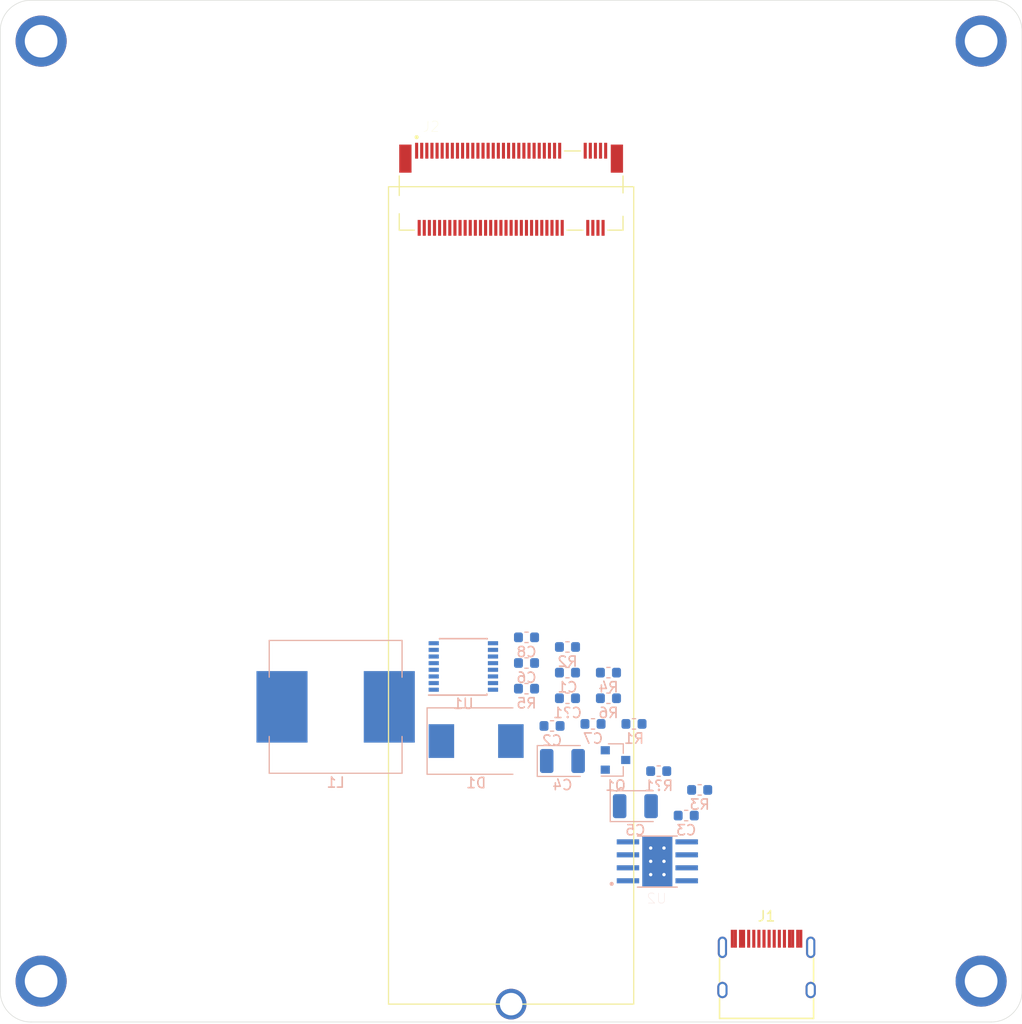
<source format=kicad_pcb>
(kicad_pcb (version 20171130) (host pcbnew 5.1.7-a382d34a8~88~ubuntu20.04.1)

  (general
    (thickness 1.6)
    (drawings 12)
    (tracks 5)
    (zones 0)
    (modules 23)
    (nets 75)
  )

  (page USLedger)
  (layers
    (0 F.Cu signal)
    (31 B.Cu signal)
    (32 B.Adhes user)
    (33 F.Adhes user)
    (34 B.Paste user)
    (35 F.Paste user)
    (36 B.SilkS user)
    (37 F.SilkS user)
    (38 B.Mask user)
    (39 F.Mask user)
    (40 Dwgs.User user)
    (41 Cmts.User user)
    (42 Eco1.User user)
    (43 Eco2.User user)
    (44 Edge.Cuts user)
    (45 Margin user)
    (46 B.CrtYd user)
    (47 F.CrtYd user)
    (48 B.Fab user hide)
    (49 F.Fab user hide)
  )

  (setup
    (last_trace_width 0.25)
    (trace_clearance 0.2)
    (zone_clearance 0.508)
    (zone_45_only no)
    (trace_min 0.2)
    (via_size 0.8)
    (via_drill 0.4)
    (via_min_size 0.4)
    (via_min_drill 0.3)
    (uvia_size 0.3)
    (uvia_drill 0.1)
    (uvias_allowed no)
    (uvia_min_size 0.2)
    (uvia_min_drill 0.1)
    (edge_width 0.05)
    (segment_width 0.2)
    (pcb_text_width 0.3)
    (pcb_text_size 1.5 1.5)
    (mod_edge_width 0.12)
    (mod_text_size 1 1)
    (mod_text_width 0.15)
    (pad_size 1.524 1.524)
    (pad_drill 0.762)
    (pad_to_mask_clearance 0)
    (aux_axis_origin 100 100)
    (visible_elements FFFFFF7F)
    (pcbplotparams
      (layerselection 0x010fc_ffffffff)
      (usegerberextensions false)
      (usegerberattributes true)
      (usegerberadvancedattributes true)
      (creategerberjobfile true)
      (excludeedgelayer true)
      (linewidth 0.100000)
      (plotframeref false)
      (viasonmask false)
      (mode 1)
      (useauxorigin false)
      (hpglpennumber 1)
      (hpglpenspeed 20)
      (hpglpendiameter 15.000000)
      (psnegative false)
      (psa4output false)
      (plotreference true)
      (plotvalue true)
      (plotinvisibletext false)
      (padsonsilk false)
      (subtractmaskfromsilk false)
      (outputformat 1)
      (mirror false)
      (drillshape 1)
      (scaleselection 1)
      (outputdirectory ""))
  )

  (net 0 "")
  (net 1 GND)
  (net 2 /VBUS)
  (net 3 /BOOT)
  (net 4 /PH)
  (net 5 +3V3)
  (net 6 "Net-(C6-Pad2)")
  (net 7 "Net-(C7-Pad2)")
  (net 8 "Net-(C8-Pad2)")
  (net 9 /VIN)
  (net 10 /USB2_P)
  (net 11 /CC1)
  (net 12 "Net-(J1-PadB8)")
  (net 13 /USB2_N)
  (net 14 /CC2)
  (net 15 "Net-(J1-PadA8)")
  (net 16 "Net-(J1-PadS1)")
  (net 17 "Net-(J2-PadS1)")
  (net 18 "Net-(J2-Pad69)")
  (net 19 "Net-(J2-Pad68)")
  (net 20 "Net-(J2-Pad67)")
  (net 21 "Net-(J2-Pad58)")
  (net 22 "Net-(J2-Pad56)")
  (net 23 "Net-(J2-Pad55)")
  (net 24 "Net-(J2-Pad54)")
  (net 25 "Net-(J2-Pad53)")
  (net 26 /L5P_35_2.5V)
  (net 27 /L7N_35_2.5V)
  (net 28 "Net-(J2-Pad49)")
  (net 29 "Net-(J2-Pad48)")
  (net 30 "Net-(J2-Pad47)")
  (net 31 "Net-(J2-Pad46)")
  (net 32 /L5P_13_1.8V)
  (net 33 "Net-(J2-Pad43)")
  (net 34 /L11N_13_1.8V)
  (net 35 "Net-(J2-Pad41)")
  (net 36 /L11P_13_1.8V)
  (net 37 "Net-(J2-Pad38)")
  (net 38 "Net-(J2-Pad37)")
  (net 39 "Net-(J2-Pad36)")
  (net 40 "Net-(J2-Pad35)")
  (net 41 "Net-(J2-Pad34)")
  (net 42 "Net-(J2-Pad32)")
  (net 43 "Net-(J2-Pad31)")
  (net 44 "Net-(J2-Pad30)")
  (net 45 "Net-(J2-Pad29)")
  (net 46 "Net-(J2-Pad28)")
  (net 47 "Net-(J2-Pad26)")
  (net 48 "Net-(J2-Pad25)")
  (net 49 "Net-(J2-Pad24)")
  (net 50 "Net-(J2-Pad23)")
  (net 51 "Net-(J2-Pad22)")
  (net 52 "Net-(J2-Pad20)")
  (net 53 "Net-(J2-Pad19)")
  (net 54 "Net-(J2-Pad17)")
  (net 55 "Net-(J2-Pad13)")
  (net 56 "Net-(J2-Pad11)")
  (net 57 /L15P_35_2.5V)
  (net 58 "Net-(J2-Pad8)")
  (net 59 "Net-(J2-Pad7)")
  (net 60 "Net-(J2-Pad6)")
  (net 61 "Net-(J2-Pad5)")
  (net 62 "Net-(R1-Pad2)")
  (net 63 /VSENSE)
  (net 64 "Net-(U1-Pad15)")
  (net 65 "Net-(U1-Pad14)")
  (net 66 "Net-(U1-Pad10)")
  (net 67 "Net-(U1-Pad9)")
  (net 68 "Net-(U1-Pad8)")
  (net 69 "Net-(U1-Pad7)")
  (net 70 "Net-(U1-Pad6)")
  (net 71 "Net-(U1-Pad4)")
  (net 72 "Net-(U1-Pad3)")
  (net 73 "Net-(Q1-PadG)")
  (net 74 "Net-(U2-Pad3)")

  (net_class Default "This is the default net class."
    (clearance 0.2)
    (trace_width 0.25)
    (via_dia 0.8)
    (via_drill 0.4)
    (uvia_dia 0.3)
    (uvia_drill 0.1)
    (add_net +3V3)
    (add_net /BOOT)
    (add_net /CC1)
    (add_net /CC2)
    (add_net /L11N_13_1.8V)
    (add_net /L11P_13_1.8V)
    (add_net /L15P_35_2.5V)
    (add_net /L5P_13_1.8V)
    (add_net /L5P_35_2.5V)
    (add_net /L7N_35_2.5V)
    (add_net /PH)
    (add_net /USB2_N)
    (add_net /USB2_P)
    (add_net /VBUS)
    (add_net /VIN)
    (add_net /VSENSE)
    (add_net GND)
    (add_net "Net-(C6-Pad2)")
    (add_net "Net-(C7-Pad2)")
    (add_net "Net-(C8-Pad2)")
    (add_net "Net-(J1-PadA8)")
    (add_net "Net-(J1-PadB8)")
    (add_net "Net-(J1-PadS1)")
    (add_net "Net-(J2-Pad11)")
    (add_net "Net-(J2-Pad13)")
    (add_net "Net-(J2-Pad17)")
    (add_net "Net-(J2-Pad19)")
    (add_net "Net-(J2-Pad20)")
    (add_net "Net-(J2-Pad22)")
    (add_net "Net-(J2-Pad23)")
    (add_net "Net-(J2-Pad24)")
    (add_net "Net-(J2-Pad25)")
    (add_net "Net-(J2-Pad26)")
    (add_net "Net-(J2-Pad28)")
    (add_net "Net-(J2-Pad29)")
    (add_net "Net-(J2-Pad30)")
    (add_net "Net-(J2-Pad31)")
    (add_net "Net-(J2-Pad32)")
    (add_net "Net-(J2-Pad34)")
    (add_net "Net-(J2-Pad35)")
    (add_net "Net-(J2-Pad36)")
    (add_net "Net-(J2-Pad37)")
    (add_net "Net-(J2-Pad38)")
    (add_net "Net-(J2-Pad41)")
    (add_net "Net-(J2-Pad43)")
    (add_net "Net-(J2-Pad46)")
    (add_net "Net-(J2-Pad47)")
    (add_net "Net-(J2-Pad48)")
    (add_net "Net-(J2-Pad49)")
    (add_net "Net-(J2-Pad5)")
    (add_net "Net-(J2-Pad53)")
    (add_net "Net-(J2-Pad54)")
    (add_net "Net-(J2-Pad55)")
    (add_net "Net-(J2-Pad56)")
    (add_net "Net-(J2-Pad58)")
    (add_net "Net-(J2-Pad6)")
    (add_net "Net-(J2-Pad67)")
    (add_net "Net-(J2-Pad68)")
    (add_net "Net-(J2-Pad69)")
    (add_net "Net-(J2-Pad7)")
    (add_net "Net-(J2-Pad8)")
    (add_net "Net-(J2-PadS1)")
    (add_net "Net-(Q1-PadG)")
    (add_net "Net-(R1-Pad2)")
    (add_net "Net-(U1-Pad10)")
    (add_net "Net-(U1-Pad14)")
    (add_net "Net-(U1-Pad15)")
    (add_net "Net-(U1-Pad3)")
    (add_net "Net-(U1-Pad4)")
    (add_net "Net-(U1-Pad6)")
    (add_net "Net-(U1-Pad7)")
    (add_net "Net-(U1-Pad8)")
    (add_net "Net-(U1-Pad9)")
    (add_net "Net-(U2-Pad3)")
  )

  (module tom-semiconductors:SOT-23-FET-GSD (layer B.Cu) (tedit 5FDF751D) (tstamp 5FDF71C6)
    (at 160.215001 174.354999)
    (descr "SOT-23, Standard")
    (tags SOT-23)
    (path /5FDF73C3)
    (attr smd)
    (fp_text reference Q1 (at 0 2.5) (layer B.SilkS)
      (effects (font (size 1 1) (thickness 0.15)) (justify mirror))
    )
    (fp_text value AO3400A (at 0 -2.5) (layer B.Fab)
      (effects (font (size 1 1) (thickness 0.15)) (justify mirror))
    )
    (fp_text user %R (at 0 0 -90) (layer B.Fab)
      (effects (font (size 0.5 0.5) (thickness 0.075)) (justify mirror))
    )
    (fp_line (start -0.7 0.95) (end -0.7 -1.5) (layer B.Fab) (width 0.1))
    (fp_line (start -0.15 1.52) (end 0.7 1.52) (layer B.Fab) (width 0.1))
    (fp_line (start -0.7 0.95) (end -0.15 1.52) (layer B.Fab) (width 0.1))
    (fp_line (start 0.7 1.52) (end 0.7 -1.52) (layer B.Fab) (width 0.1))
    (fp_line (start -0.7 -1.52) (end 0.7 -1.52) (layer B.Fab) (width 0.1))
    (fp_line (start 0.76 -1.58) (end 0.76 -0.65) (layer B.SilkS) (width 0.12))
    (fp_line (start 0.76 1.58) (end 0.76 0.65) (layer B.SilkS) (width 0.12))
    (fp_line (start -1.7 1.75) (end 1.7 1.75) (layer B.CrtYd) (width 0.05))
    (fp_line (start 1.7 1.75) (end 1.7 -1.75) (layer B.CrtYd) (width 0.05))
    (fp_line (start 1.7 -1.75) (end -1.7 -1.75) (layer B.CrtYd) (width 0.05))
    (fp_line (start -1.7 -1.75) (end -1.7 1.75) (layer B.CrtYd) (width 0.05))
    (fp_line (start 0.76 1.58) (end -1.4 1.58) (layer B.SilkS) (width 0.12))
    (fp_line (start 0.76 -1.58) (end -0.7 -1.58) (layer B.SilkS) (width 0.12))
    (pad D smd rect (at 1 0) (size 0.9 0.8) (layers B.Cu B.Paste B.Mask)
      (net 9 /VIN))
    (pad S smd rect (at -1 -0.95) (size 0.9 0.8) (layers B.Cu B.Paste B.Mask)
      (net 2 /VBUS))
    (pad G smd rect (at -1 0.95) (size 0.9 0.8) (layers B.Cu B.Paste B.Mask)
      (net 73 "Net-(Q1-PadG)"))
    (model ${KISYS3DMOD}/Package_TO_SOT_SMD.3dshapes/SOT-23.wrl
      (at (xyz 0 0 0))
      (scale (xyz 1 1 1))
      (rotate (xyz 0 0 0))
    )
  )

  (module tom-connectors:TE_1-2199230-5 (layer F.Cu) (tedit 5FDF687F) (tstamp 5FDF7EA4)
    (at 150 120)
    (path /5FF18BA5)
    (fp_text reference J2 (at -7.825 -7.635) (layer F.SilkS)
      (effects (font (size 1 1) (thickness 0.015)))
    )
    (fp_text value 1-2199230-5 (at -2.11 4.635) (layer F.Fab)
      (effects (font (size 1 1) (thickness 0.015)))
    )
    (fp_line (start -10.95 2.5) (end -10.95 -5.25) (layer F.Fab) (width 0.127))
    (fp_line (start -10.95 -5.25) (end 10.95 -5.25) (layer F.Fab) (width 0.127))
    (fp_line (start 10.95 -5.25) (end 10.95 2.5) (layer F.Fab) (width 0.127))
    (fp_line (start 10.95 2.5) (end -10.95 2.5) (layer F.Fab) (width 0.127))
    (fp_line (start -10.95 -2.805) (end -10.95 -0.895) (layer F.SilkS) (width 0.127))
    (fp_line (start -10.95 0.895) (end -10.95 2.5) (layer F.SilkS) (width 0.127))
    (fp_line (start -10.95 2.5) (end -9.47 2.5) (layer F.SilkS) (width 0.127))
    (fp_line (start 5.47 2.5) (end 7.03 2.5) (layer F.SilkS) (width 0.127))
    (fp_line (start 9.47 2.5) (end 10.95 2.5) (layer F.SilkS) (width 0.127))
    (fp_line (start 10.95 2.5) (end 10.95 1.145) (layer F.SilkS) (width 0.127))
    (fp_line (start 10.95 -1.145) (end 10.95 -2.8) (layer F.SilkS) (width 0.127))
    (fp_line (start 5.22 -5.25) (end 6.78 -5.25) (layer F.SilkS) (width 0.127))
    (fp_line (start -11.2 3.3) (end 11.2 3.3) (layer F.CrtYd) (width 0.05))
    (fp_line (start 11.2 3.3) (end 11.2 -6.3) (layer F.CrtYd) (width 0.05))
    (fp_line (start 11.2 -6.3) (end -11.2 -6.3) (layer F.CrtYd) (width 0.05))
    (fp_line (start -11.2 -6.3) (end -11.2 3.3) (layer F.CrtYd) (width 0.05))
    (fp_circle (center -9.25 -6.6) (end -9.15 -6.6) (layer F.SilkS) (width 0.2))
    (fp_circle (center -9.25 -6.6) (end -9.15 -6.6) (layer F.Fab) (width 0.2))
    (pad S2 smd rect (at 10.35 -4.5) (size 1.2 2.75) (layers F.Cu F.Paste F.Mask)
      (net 17 "Net-(J2-PadS1)"))
    (pad S1 smd rect (at -10.35 -4.5) (size 1.2 2.75) (layers F.Cu F.Paste F.Mask)
      (net 17 "Net-(J2-PadS1)"))
    (pad 75 smd rect (at 9.25 -5.275) (size 0.3 1.55) (layers F.Cu F.Paste F.Mask)
      (net 1 GND))
    (pad 74 smd rect (at 9 2.275) (size 0.3 1.55) (layers F.Cu F.Paste F.Mask)
      (net 5 +3V3))
    (pad 73 smd rect (at 8.75 -5.275) (size 0.3 1.55) (layers F.Cu F.Paste F.Mask)
      (net 1 GND))
    (pad 72 smd rect (at 8.5 2.275) (size 0.3 1.55) (layers F.Cu F.Paste F.Mask)
      (net 5 +3V3))
    (pad 71 smd rect (at 8.25 -5.275) (size 0.3 1.55) (layers F.Cu F.Paste F.Mask)
      (net 1 GND))
    (pad 70 smd rect (at 8 2.275) (size 0.3 1.55) (layers F.Cu F.Paste F.Mask)
      (net 5 +3V3))
    (pad 69 smd rect (at 7.75 -5.275) (size 0.3 1.55) (layers F.Cu F.Paste F.Mask)
      (net 18 "Net-(J2-Pad69)"))
    (pad 68 smd rect (at 7.5 2.275) (size 0.3 1.55) (layers F.Cu F.Paste F.Mask)
      (net 19 "Net-(J2-Pad68)"))
    (pad 67 smd rect (at 7.25 -5.275) (size 0.3 1.55) (layers F.Cu F.Paste F.Mask)
      (net 20 "Net-(J2-Pad67)"))
    (pad 58 smd rect (at 5 2.275) (size 0.3 1.55) (layers F.Cu F.Paste F.Mask)
      (net 21 "Net-(J2-Pad58)"))
    (pad 57 smd rect (at 4.75 -5.275) (size 0.3 1.55) (layers F.Cu F.Paste F.Mask)
      (net 1 GND))
    (pad 56 smd rect (at 4.5 2.275) (size 0.3 1.55) (layers F.Cu F.Paste F.Mask)
      (net 22 "Net-(J2-Pad56)"))
    (pad 55 smd rect (at 4.25 -5.275) (size 0.3 1.55) (layers F.Cu F.Paste F.Mask)
      (net 23 "Net-(J2-Pad55)"))
    (pad 54 smd rect (at 4 2.275) (size 0.3 1.55) (layers F.Cu F.Paste F.Mask)
      (net 24 "Net-(J2-Pad54)"))
    (pad 53 smd rect (at 3.75 -5.275) (size 0.3 1.55) (layers F.Cu F.Paste F.Mask)
      (net 25 "Net-(J2-Pad53)"))
    (pad 52 smd rect (at 3.5 2.275) (size 0.3 1.55) (layers F.Cu F.Paste F.Mask)
      (net 26 /L5P_35_2.5V))
    (pad 51 smd rect (at 3.25 -5.275) (size 0.3 1.55) (layers F.Cu F.Paste F.Mask)
      (net 1 GND))
    (pad 50 smd rect (at 3 2.275) (size 0.3 1.55) (layers F.Cu F.Paste F.Mask)
      (net 27 /L7N_35_2.5V))
    (pad 49 smd rect (at 2.75 -5.275) (size 0.3 1.55) (layers F.Cu F.Paste F.Mask)
      (net 28 "Net-(J2-Pad49)"))
    (pad 48 smd rect (at 2.5 2.275) (size 0.3 1.55) (layers F.Cu F.Paste F.Mask)
      (net 29 "Net-(J2-Pad48)"))
    (pad 47 smd rect (at 2.25 -5.275) (size 0.3 1.55) (layers F.Cu F.Paste F.Mask)
      (net 30 "Net-(J2-Pad47)"))
    (pad 46 smd rect (at 2 2.275) (size 0.3 1.55) (layers F.Cu F.Paste F.Mask)
      (net 31 "Net-(J2-Pad46)"))
    (pad 45 smd rect (at 1.75 -5.275) (size 0.3 1.55) (layers F.Cu F.Paste F.Mask)
      (net 1 GND))
    (pad 44 smd rect (at 1.5 2.275) (size 0.3 1.55) (layers F.Cu F.Paste F.Mask)
      (net 32 /L5P_13_1.8V))
    (pad 43 smd rect (at 1.25 -5.275) (size 0.3 1.55) (layers F.Cu F.Paste F.Mask)
      (net 33 "Net-(J2-Pad43)"))
    (pad 42 smd rect (at 1 2.275) (size 0.3 1.55) (layers F.Cu F.Paste F.Mask)
      (net 34 /L11N_13_1.8V))
    (pad 41 smd rect (at 0.75 -5.275) (size 0.3 1.55) (layers F.Cu F.Paste F.Mask)
      (net 35 "Net-(J2-Pad41)"))
    (pad 40 smd rect (at 0.5 2.275) (size 0.3 1.55) (layers F.Cu F.Paste F.Mask)
      (net 36 /L11P_13_1.8V))
    (pad 39 smd rect (at 0.25 -5.275) (size 0.3 1.55) (layers F.Cu F.Paste F.Mask)
      (net 1 GND))
    (pad 38 smd rect (at 0 2.275) (size 0.3 1.55) (layers F.Cu F.Paste F.Mask)
      (net 37 "Net-(J2-Pad38)"))
    (pad 37 smd rect (at -0.25 -5.275) (size 0.3 1.55) (layers F.Cu F.Paste F.Mask)
      (net 38 "Net-(J2-Pad37)"))
    (pad 36 smd rect (at -0.5 2.275) (size 0.3 1.55) (layers F.Cu F.Paste F.Mask)
      (net 39 "Net-(J2-Pad36)"))
    (pad 35 smd rect (at -0.75 -5.275) (size 0.3 1.55) (layers F.Cu F.Paste F.Mask)
      (net 40 "Net-(J2-Pad35)"))
    (pad 34 smd rect (at -1 2.275) (size 0.3 1.55) (layers F.Cu F.Paste F.Mask)
      (net 41 "Net-(J2-Pad34)"))
    (pad 33 smd rect (at -1.25 -5.275) (size 0.3 1.55) (layers F.Cu F.Paste F.Mask)
      (net 1 GND))
    (pad 32 smd rect (at -1.5 2.275) (size 0.3 1.55) (layers F.Cu F.Paste F.Mask)
      (net 42 "Net-(J2-Pad32)"))
    (pad 31 smd rect (at -1.75 -5.275) (size 0.3 1.55) (layers F.Cu F.Paste F.Mask)
      (net 43 "Net-(J2-Pad31)"))
    (pad 30 smd rect (at -2 2.275) (size 0.3 1.55) (layers F.Cu F.Paste F.Mask)
      (net 44 "Net-(J2-Pad30)"))
    (pad 29 smd rect (at -2.25 -5.275) (size 0.3 1.55) (layers F.Cu F.Paste F.Mask)
      (net 45 "Net-(J2-Pad29)"))
    (pad 28 smd rect (at -2.5 2.275) (size 0.3 1.55) (layers F.Cu F.Paste F.Mask)
      (net 46 "Net-(J2-Pad28)"))
    (pad 27 smd rect (at -2.75 -5.275) (size 0.3 1.55) (layers F.Cu F.Paste F.Mask)
      (net 1 GND))
    (pad 26 smd rect (at -3 2.275) (size 0.3 1.55) (layers F.Cu F.Paste F.Mask)
      (net 47 "Net-(J2-Pad26)"))
    (pad 25 smd rect (at -3.25 -5.275) (size 0.3 1.55) (layers F.Cu F.Paste F.Mask)
      (net 48 "Net-(J2-Pad25)"))
    (pad 24 smd rect (at -3.5 2.275) (size 0.3 1.55) (layers F.Cu F.Paste F.Mask)
      (net 49 "Net-(J2-Pad24)"))
    (pad 23 smd rect (at -3.75 -5.275) (size 0.3 1.55) (layers F.Cu F.Paste F.Mask)
      (net 50 "Net-(J2-Pad23)"))
    (pad 22 smd rect (at -4 2.275) (size 0.3 1.55) (layers F.Cu F.Paste F.Mask)
      (net 51 "Net-(J2-Pad22)"))
    (pad 21 smd rect (at -4.25 -5.275) (size 0.3 1.55) (layers F.Cu F.Paste F.Mask)
      (net 1 GND))
    (pad 20 smd rect (at -4.5 2.275) (size 0.3 1.55) (layers F.Cu F.Paste F.Mask)
      (net 52 "Net-(J2-Pad20)"))
    (pad 19 smd rect (at -4.75 -5.275) (size 0.3 1.55) (layers F.Cu F.Paste F.Mask)
      (net 53 "Net-(J2-Pad19)"))
    (pad 18 smd rect (at -5 2.275) (size 0.3 1.55) (layers F.Cu F.Paste F.Mask)
      (net 5 +3V3))
    (pad 17 smd rect (at -5.25 -5.275) (size 0.3 1.55) (layers F.Cu F.Paste F.Mask)
      (net 54 "Net-(J2-Pad17)"))
    (pad 16 smd rect (at -5.5 2.275) (size 0.3 1.55) (layers F.Cu F.Paste F.Mask)
      (net 5 +3V3))
    (pad 15 smd rect (at -5.75 -5.275) (size 0.3 1.55) (layers F.Cu F.Paste F.Mask)
      (net 1 GND))
    (pad 14 smd rect (at -6 2.275) (size 0.3 1.55) (layers F.Cu F.Paste F.Mask)
      (net 5 +3V3))
    (pad 13 smd rect (at -6.25 -5.275) (size 0.3 1.55) (layers F.Cu F.Paste F.Mask)
      (net 55 "Net-(J2-Pad13)"))
    (pad 12 smd rect (at -6.5 2.275) (size 0.3 1.55) (layers F.Cu F.Paste F.Mask)
      (net 5 +3V3))
    (pad 11 smd rect (at -6.75 -5.275) (size 0.3 1.55) (layers F.Cu F.Paste F.Mask)
      (net 56 "Net-(J2-Pad11)"))
    (pad 10 smd rect (at -7 2.275) (size 0.3 1.55) (layers F.Cu F.Paste F.Mask)
      (net 57 /L15P_35_2.5V))
    (pad 9 smd rect (at -7.25 -5.275) (size 0.3 1.55) (layers F.Cu F.Paste F.Mask)
      (net 1 GND))
    (pad 8 smd rect (at -7.5 2.275) (size 0.3 1.55) (layers F.Cu F.Paste F.Mask)
      (net 58 "Net-(J2-Pad8)"))
    (pad 7 smd rect (at -7.75 -5.275) (size 0.3 1.55) (layers F.Cu F.Paste F.Mask)
      (net 59 "Net-(J2-Pad7)"))
    (pad 6 smd rect (at -8 2.275) (size 0.3 1.55) (layers F.Cu F.Paste F.Mask)
      (net 60 "Net-(J2-Pad6)"))
    (pad 5 smd rect (at -8.25 -5.275) (size 0.3 1.55) (layers F.Cu F.Paste F.Mask)
      (net 61 "Net-(J2-Pad5)"))
    (pad 4 smd rect (at -8.5 2.275) (size 0.3 1.55) (layers F.Cu F.Paste F.Mask)
      (net 5 +3V3))
    (pad 3 smd rect (at -8.75 -5.275) (size 0.3 1.55) (layers F.Cu F.Paste F.Mask)
      (net 1 GND))
    (pad 2 smd rect (at -9 2.275) (size 0.3 1.55) (layers F.Cu F.Paste F.Mask)
      (net 5 +3V3))
    (pad 1 smd rect (at -9.25 -5.275) (size 0.3 1.55) (layers F.Cu F.Paste F.Mask)
      (net 1 GND))
    (pad None np_thru_hole circle (at 10 0) (size 1.65 1.65) (drill 1.65) (layers *.Cu *.Mask))
    (pad None np_thru_hole circle (at -10 0) (size 1.15 1.15) (drill 1.15) (layers *.Cu *.Mask))
  )

  (module tom-semiconductors:CONV_TPS54531DDAR (layer B.Cu) (tedit 5FDE8F01) (tstamp 5FDF7291)
    (at 164.310001 184.274999)
    (path /5FE6A7B5)
    (fp_text reference U2 (at -0.075 3.635) (layer B.SilkS)
      (effects (font (size 1 1) (thickness 0.015)) (justify mirror))
    )
    (fp_text value TPS54531DDAR (at 7.545 -3.635) (layer B.Fab)
      (effects (font (size 1 1) (thickness 0.015)) (justify mirror))
    )
    (fp_poly (pts (xy -1.2 1.55) (xy 1.2 1.55) (xy 1.2 -1.55) (xy -1.2 -1.55)) (layer B.Paste) (width 0.01))
    (fp_circle (center -4.47 2.205) (end -4.37 2.205) (layer B.SilkS) (width 0.2))
    (fp_circle (center -4.47 2.205) (end -4.37 2.205) (layer B.Fab) (width 0.2))
    (fp_line (start -1.95 -2.45) (end 1.95 -2.45) (layer B.Fab) (width 0.127))
    (fp_line (start -1.95 2.45) (end -1.95 -2.45) (layer B.Fab) (width 0.127))
    (fp_line (start 1.95 2.45) (end 1.95 -2.45) (layer B.Fab) (width 0.127))
    (fp_line (start -4.225 2.7) (end 4.225 2.7) (layer B.CrtYd) (width 0.05))
    (fp_line (start -4.225 -2.7) (end 4.225 -2.7) (layer B.CrtYd) (width 0.05))
    (fp_line (start -4.225 2.7) (end -4.225 -2.7) (layer B.CrtYd) (width 0.05))
    (fp_line (start 4.225 2.7) (end 4.225 -2.7) (layer B.CrtYd) (width 0.05))
    (fp_poly (pts (xy -1.2 1.55) (xy 1.2 1.55) (xy 1.2 -1.55) (xy -1.2 -1.55)) (layer B.Mask) (width 0.01))
    (fp_line (start -1.95 2.45) (end 1.95 2.45) (layer B.Fab) (width 0.127))
    (fp_line (start -1.95 -2.475) (end 1.95 -2.475) (layer B.SilkS) (width 0.127))
    (fp_line (start -1.95 2.525) (end 1.95 2.525) (layer B.SilkS) (width 0.127))
    (fp_poly (pts (xy -3.95 2.13) (xy -1.8 2.13) (xy -1.8 1.68) (xy -3.95 1.68)) (layer B.Paste) (width 0.01))
    (fp_poly (pts (xy -3.95 0.86) (xy -1.8 0.86) (xy -1.8 0.41) (xy -3.95 0.41)) (layer B.Paste) (width 0.01))
    (fp_poly (pts (xy -3.95 -0.41) (xy -1.8 -0.41) (xy -1.8 -0.86) (xy -3.95 -0.86)) (layer B.Paste) (width 0.01))
    (fp_poly (pts (xy -3.95 -1.68) (xy -1.8 -1.68) (xy -1.8 -2.13) (xy -3.95 -2.13)) (layer B.Paste) (width 0.01))
    (fp_poly (pts (xy 1.8 2.13) (xy 3.95 2.13) (xy 3.95 1.68) (xy 1.8 1.68)) (layer B.Paste) (width 0.01))
    (fp_poly (pts (xy 1.8 0.86) (xy 3.95 0.86) (xy 3.95 0.41) (xy 1.8 0.41)) (layer B.Paste) (width 0.01))
    (fp_poly (pts (xy 1.8 -0.41) (xy 3.95 -0.41) (xy 3.95 -0.86) (xy 1.8 -0.86)) (layer B.Paste) (width 0.01))
    (fp_poly (pts (xy 1.8 -1.68) (xy 3.95 -1.68) (xy 3.95 -2.13) (xy 1.8 -2.13)) (layer B.Paste) (width 0.01))
    (fp_poly (pts (xy -4.045 2.225) (xy -1.705 2.225) (xy -1.705 1.585) (xy -4.045 1.585)) (layer B.Mask) (width 0.01))
    (fp_poly (pts (xy -4.045 0.955) (xy -1.705 0.955) (xy -1.705 0.315) (xy -4.045 0.315)) (layer B.Mask) (width 0.01))
    (fp_poly (pts (xy -4.045 -0.315) (xy -1.705 -0.315) (xy -1.705 -0.955) (xy -4.045 -0.955)) (layer B.Mask) (width 0.01))
    (fp_poly (pts (xy -4.045 -1.585) (xy -1.705 -1.585) (xy -1.705 -2.225) (xy -4.045 -2.225)) (layer B.Mask) (width 0.01))
    (fp_poly (pts (xy 1.705 2.225) (xy 4.045 2.225) (xy 4.045 1.585) (xy 1.705 1.585)) (layer B.Mask) (width 0.01))
    (fp_poly (pts (xy 1.705 0.955) (xy 4.045 0.955) (xy 4.045 0.315) (xy 1.705 0.315)) (layer B.Mask) (width 0.01))
    (fp_poly (pts (xy 1.705 -0.315) (xy 4.045 -0.315) (xy 4.045 -0.955) (xy 1.705 -0.955)) (layer B.Mask) (width 0.01))
    (fp_poly (pts (xy 1.705 -1.585) (xy 4.045 -1.585) (xy 4.045 -2.225) (xy 1.705 -2.225)) (layer B.Mask) (width 0.01))
    (pad 15 thru_hole circle (at 0.65 -1.3) (size 0.43 0.43) (drill 0.33) (layers *.Cu))
    (pad 14 thru_hole circle (at -0.65 -1.3) (size 0.43 0.43) (drill 0.33) (layers *.Cu))
    (pad 13 thru_hole circle (at 0.65 0) (size 0.43 0.43) (drill 0.33) (layers *.Cu))
    (pad 12 thru_hole circle (at -0.65 0) (size 0.43 0.43) (drill 0.33) (layers *.Cu))
    (pad 11 thru_hole circle (at 0.65 1.3) (size 0.43 0.43) (drill 0.33) (layers *.Cu))
    (pad 10 thru_hole circle (at -0.65 1.3) (size 0.43 0.43) (drill 0.33) (layers *.Cu))
    (pad 9 smd rect (at 0 0) (size 2.95 4.9) (layers B.Cu)
      (net 1 GND))
    (pad 8 smd rect (at 2.875 1.905) (size 2.2 0.5) (layers B.Cu)
      (net 4 /PH))
    (pad 7 smd rect (at 2.875 0.635) (size 2.2 0.5) (layers B.Cu)
      (net 1 GND))
    (pad 6 smd rect (at 2.875 -0.635) (size 2.2 0.5) (layers B.Cu)
      (net 7 "Net-(C7-Pad2)"))
    (pad 5 smd rect (at 2.875 -1.905) (size 2.2 0.5) (layers B.Cu)
      (net 63 /VSENSE))
    (pad 4 smd rect (at -2.875 -1.905) (size 2.2 0.5) (layers B.Cu)
      (net 6 "Net-(C6-Pad2)"))
    (pad 3 smd rect (at -2.875 -0.635) (size 2.2 0.5) (layers B.Cu)
      (net 74 "Net-(U2-Pad3)"))
    (pad 2 smd rect (at -2.875 0.635) (size 2.2 0.5) (layers B.Cu)
      (net 2 /VBUS))
    (pad 1 smd rect (at -2.875 1.905) (size 2.2 0.5) (layers B.Cu)
      (net 3 /BOOT))
  )

  (module tom-semiconductors:SSOP-16_4.4x5.2mm_P0.65mm (layer B.Cu) (tedit 5A02F25C) (tstamp 5FDF7260)
    (at 145.325001 165.204999)
    (descr "SSOP16: plastic shrink small outline package; 16 leads; body width 4.4 mm; (see NXP SSOP-TSSOP-VSO-REFLOW.pdf and sot369-1_po.pdf)")
    (tags "SSOP 0.65")
    (path /5FDED979)
    (attr smd)
    (fp_text reference U1 (at 0 3.65) (layer B.SilkS)
      (effects (font (size 1 1) (thickness 0.15)) (justify mirror))
    )
    (fp_text value IP2721 (at 0 -3.65) (layer B.Fab)
      (effects (font (size 1 1) (thickness 0.15)) (justify mirror))
    )
    (fp_text user %R (at 0 0) (layer B.Fab)
      (effects (font (size 0.8 0.8) (thickness 0.15)) (justify mirror))
    )
    (fp_line (start -2.325 -2.725) (end 2.325 -2.725) (layer B.SilkS) (width 0.15))
    (fp_line (start -3.4 2.8) (end 2.3 2.8) (layer B.SilkS) (width 0.15))
    (fp_line (start -2.325 -2.725) (end -2.325 -2.7) (layer B.SilkS) (width 0.15))
    (fp_line (start 2.325 -2.725) (end 2.325 -2.7) (layer B.SilkS) (width 0.15))
    (fp_line (start 2.3 2.8) (end 2.3 2.7) (layer B.SilkS) (width 0.15))
    (fp_line (start -3.65 -2.9) (end 3.65 -2.9) (layer B.CrtYd) (width 0.05))
    (fp_line (start -3.65 2.9) (end 3.65 2.9) (layer B.CrtYd) (width 0.05))
    (fp_line (start 3.65 2.9) (end 3.65 -2.9) (layer B.CrtYd) (width 0.05))
    (fp_line (start -3.65 2.9) (end -3.65 -2.9) (layer B.CrtYd) (width 0.05))
    (fp_line (start -2.2 1.6) (end -1.2 2.6) (layer B.Fab) (width 0.15))
    (fp_line (start -2.2 -2.6) (end -2.2 1.6) (layer B.Fab) (width 0.15))
    (fp_line (start 2.2 -2.6) (end -2.2 -2.6) (layer B.Fab) (width 0.15))
    (fp_line (start 2.2 2.6) (end 2.2 -2.6) (layer B.Fab) (width 0.15))
    (fp_line (start -1.2 2.6) (end 2.2 2.6) (layer B.Fab) (width 0.15))
    (pad 16 smd rect (at 2.9 2.275) (size 1 0.4) (layers B.Cu B.Paste B.Mask)
      (net 2 /VBUS))
    (pad 15 smd rect (at 2.9 1.625) (size 1 0.4) (layers B.Cu B.Paste B.Mask)
      (net 64 "Net-(U1-Pad15)"))
    (pad 14 smd rect (at 2.9 0.975) (size 1 0.4) (layers B.Cu B.Paste B.Mask)
      (net 65 "Net-(U1-Pad14)"))
    (pad 13 smd rect (at 2.9 0.325) (size 1 0.4) (layers B.Cu B.Paste B.Mask)
      (net 11 /CC1))
    (pad 12 smd rect (at 2.9 -0.325) (size 1 0.4) (layers B.Cu B.Paste B.Mask)
      (net 14 /CC2))
    (pad 11 smd rect (at 2.9 -0.975) (size 1 0.4) (layers B.Cu B.Paste B.Mask)
      (net 62 "Net-(R1-Pad2)"))
    (pad 10 smd rect (at 2.9 -1.625) (size 1 0.4) (layers B.Cu B.Paste B.Mask)
      (net 66 "Net-(U1-Pad10)"))
    (pad 9 smd rect (at 2.9 -2.275) (size 1 0.4) (layers B.Cu B.Paste B.Mask)
      (net 67 "Net-(U1-Pad9)"))
    (pad 8 smd rect (at -2.9 -2.275) (size 1 0.4) (layers B.Cu B.Paste B.Mask)
      (net 68 "Net-(U1-Pad8)"))
    (pad 7 smd rect (at -2.9 -1.625) (size 1 0.4) (layers B.Cu B.Paste B.Mask)
      (net 69 "Net-(U1-Pad7)"))
    (pad 6 smd rect (at -2.9 -0.975) (size 1 0.4) (layers B.Cu B.Paste B.Mask)
      (net 70 "Net-(U1-Pad6)"))
    (pad 5 smd rect (at -2.9 -0.325) (size 1 0.4) (layers B.Cu B.Paste B.Mask)
      (net 1 GND))
    (pad 4 smd rect (at -2.9 0.325) (size 1 0.4) (layers B.Cu B.Paste B.Mask)
      (net 71 "Net-(U1-Pad4)"))
    (pad 3 smd rect (at -2.9 0.975) (size 1 0.4) (layers B.Cu B.Paste B.Mask)
      (net 72 "Net-(U1-Pad3)"))
    (pad 2 smd rect (at -2.9 1.625) (size 1 0.4) (layers B.Cu B.Paste B.Mask)
      (net 9 /VIN))
    (pad 1 smd rect (at -2.9 2.275) (size 1 0.4) (layers B.Cu B.Paste B.Mask)
      (net 73 "Net-(Q1-PadG)"))
    (model ${KISYS3DMOD}/Package_SO.3dshapes/SSOP-16_4.4x5.2mm_P0.65mm.wrl
      (at (xyz 0 0 0))
      (scale (xyz 1 1 1))
      (rotate (xyz 0 0 0))
    )
  )

  (module tom-passives:R_0603_1608Metric (layer B.Cu) (tedit 5B301BBD) (tstamp 5FDF723D)
    (at 164.445001 175.444999)
    (descr "Resistor SMD 0603 (1608 Metric), square (rectangular) end terminal, IPC_7351 nominal, (Body size source: http://www.tortai-tech.com/upload/download/2011102023233369053.pdf), generated with kicad-footprint-generator")
    (tags resistor)
    (path /5FDFEAD3)
    (attr smd)
    (fp_text reference R?1 (at 0 1.43) (layer B.SilkS)
      (effects (font (size 1 1) (thickness 0.15)) (justify mirror))
    )
    (fp_text value 5.1k (at 0 -1.43) (layer B.Fab)
      (effects (font (size 1 1) (thickness 0.15)) (justify mirror))
    )
    (fp_text user %R (at 0 0) (layer B.Fab)
      (effects (font (size 0.4 0.4) (thickness 0.06)) (justify mirror))
    )
    (fp_line (start -0.8 -0.4) (end -0.8 0.4) (layer B.Fab) (width 0.1))
    (fp_line (start -0.8 0.4) (end 0.8 0.4) (layer B.Fab) (width 0.1))
    (fp_line (start 0.8 0.4) (end 0.8 -0.4) (layer B.Fab) (width 0.1))
    (fp_line (start 0.8 -0.4) (end -0.8 -0.4) (layer B.Fab) (width 0.1))
    (fp_line (start -0.162779 0.51) (end 0.162779 0.51) (layer B.SilkS) (width 0.12))
    (fp_line (start -0.162779 -0.51) (end 0.162779 -0.51) (layer B.SilkS) (width 0.12))
    (fp_line (start -1.48 -0.73) (end -1.48 0.73) (layer B.CrtYd) (width 0.05))
    (fp_line (start -1.48 0.73) (end 1.48 0.73) (layer B.CrtYd) (width 0.05))
    (fp_line (start 1.48 0.73) (end 1.48 -0.73) (layer B.CrtYd) (width 0.05))
    (fp_line (start 1.48 -0.73) (end -1.48 -0.73) (layer B.CrtYd) (width 0.05))
    (pad 2 smd roundrect (at 0.7875 0) (size 0.875 0.95) (layers B.Cu B.Paste B.Mask) (roundrect_rratio 0.25)
      (net 1 GND))
    (pad 1 smd roundrect (at -0.7875 0) (size 0.875 0.95) (layers B.Cu B.Paste B.Mask) (roundrect_rratio 0.25)
      (net 11 /CC1))
    (model ${KISYS3DMOD}/Resistor_SMD.3dshapes/R_0603_1608Metric.wrl
      (at (xyz 0 0 0))
      (scale (xyz 1 1 1))
      (rotate (xyz 0 0 0))
    )
  )

  (module tom-passives:R_0603_1608Metric (layer B.Cu) (tedit 5B301BBD) (tstamp 5FDF722C)
    (at 159.525001 168.314999)
    (descr "Resistor SMD 0603 (1608 Metric), square (rectangular) end terminal, IPC_7351 nominal, (Body size source: http://www.tortai-tech.com/upload/download/2011102023233369053.pdf), generated with kicad-footprint-generator")
    (tags resistor)
    (path /5FE38334)
    (attr smd)
    (fp_text reference R6 (at 0 1.43) (layer B.SilkS)
      (effects (font (size 1 1) (thickness 0.15)) (justify mirror))
    )
    (fp_text value 7k5/1% (at 0 -1.43) (layer B.Fab)
      (effects (font (size 1 1) (thickness 0.15)) (justify mirror))
    )
    (fp_text user %R (at 0 0) (layer B.Fab)
      (effects (font (size 0.4 0.4) (thickness 0.06)) (justify mirror))
    )
    (fp_line (start -0.8 -0.4) (end -0.8 0.4) (layer B.Fab) (width 0.1))
    (fp_line (start -0.8 0.4) (end 0.8 0.4) (layer B.Fab) (width 0.1))
    (fp_line (start 0.8 0.4) (end 0.8 -0.4) (layer B.Fab) (width 0.1))
    (fp_line (start 0.8 -0.4) (end -0.8 -0.4) (layer B.Fab) (width 0.1))
    (fp_line (start -0.162779 0.51) (end 0.162779 0.51) (layer B.SilkS) (width 0.12))
    (fp_line (start -0.162779 -0.51) (end 0.162779 -0.51) (layer B.SilkS) (width 0.12))
    (fp_line (start -1.48 -0.73) (end -1.48 0.73) (layer B.CrtYd) (width 0.05))
    (fp_line (start -1.48 0.73) (end 1.48 0.73) (layer B.CrtYd) (width 0.05))
    (fp_line (start 1.48 0.73) (end 1.48 -0.73) (layer B.CrtYd) (width 0.05))
    (fp_line (start 1.48 -0.73) (end -1.48 -0.73) (layer B.CrtYd) (width 0.05))
    (pad 2 smd roundrect (at 0.7875 0) (size 0.875 0.95) (layers B.Cu B.Paste B.Mask) (roundrect_rratio 0.25)
      (net 1 GND))
    (pad 1 smd roundrect (at -0.7875 0) (size 0.875 0.95) (layers B.Cu B.Paste B.Mask) (roundrect_rratio 0.25)
      (net 63 /VSENSE))
    (model ${KISYS3DMOD}/Resistor_SMD.3dshapes/R_0603_1608Metric.wrl
      (at (xyz 0 0 0))
      (scale (xyz 1 1 1))
      (rotate (xyz 0 0 0))
    )
  )

  (module tom-passives:R_0603_1608Metric (layer B.Cu) (tedit 5B301BBD) (tstamp 5FDF721B)
    (at 151.505001 167.374999)
    (descr "Resistor SMD 0603 (1608 Metric), square (rectangular) end terminal, IPC_7351 nominal, (Body size source: http://www.tortai-tech.com/upload/download/2011102023233369053.pdf), generated with kicad-footprint-generator")
    (tags resistor)
    (path /5FE2BF50)
    (attr smd)
    (fp_text reference R5 (at 0 1.43) (layer B.SilkS)
      (effects (font (size 1 1) (thickness 0.15)) (justify mirror))
    )
    (fp_text value 5k6/1% (at 0 -1.43) (layer B.Fab)
      (effects (font (size 1 1) (thickness 0.15)) (justify mirror))
    )
    (fp_text user %R (at 0 0) (layer B.Fab)
      (effects (font (size 0.4 0.4) (thickness 0.06)) (justify mirror))
    )
    (fp_line (start -0.8 -0.4) (end -0.8 0.4) (layer B.Fab) (width 0.1))
    (fp_line (start -0.8 0.4) (end 0.8 0.4) (layer B.Fab) (width 0.1))
    (fp_line (start 0.8 0.4) (end 0.8 -0.4) (layer B.Fab) (width 0.1))
    (fp_line (start 0.8 -0.4) (end -0.8 -0.4) (layer B.Fab) (width 0.1))
    (fp_line (start -0.162779 0.51) (end 0.162779 0.51) (layer B.SilkS) (width 0.12))
    (fp_line (start -0.162779 -0.51) (end 0.162779 -0.51) (layer B.SilkS) (width 0.12))
    (fp_line (start -1.48 -0.73) (end -1.48 0.73) (layer B.CrtYd) (width 0.05))
    (fp_line (start -1.48 0.73) (end 1.48 0.73) (layer B.CrtYd) (width 0.05))
    (fp_line (start 1.48 0.73) (end 1.48 -0.73) (layer B.CrtYd) (width 0.05))
    (fp_line (start 1.48 -0.73) (end -1.48 -0.73) (layer B.CrtYd) (width 0.05))
    (pad 2 smd roundrect (at 0.7875 0) (size 0.875 0.95) (layers B.Cu B.Paste B.Mask) (roundrect_rratio 0.25)
      (net 1 GND))
    (pad 1 smd roundrect (at -0.7875 0) (size 0.875 0.95) (layers B.Cu B.Paste B.Mask) (roundrect_rratio 0.25)
      (net 63 /VSENSE))
    (model ${KISYS3DMOD}/Resistor_SMD.3dshapes/R_0603_1608Metric.wrl
      (at (xyz 0 0 0))
      (scale (xyz 1 1 1))
      (rotate (xyz 0 0 0))
    )
  )

  (module tom-passives:R_0603_1608Metric (layer B.Cu) (tedit 5B301BBD) (tstamp 5FDF720A)
    (at 159.525001 165.804999)
    (descr "Resistor SMD 0603 (1608 Metric), square (rectangular) end terminal, IPC_7351 nominal, (Body size source: http://www.tortai-tech.com/upload/download/2011102023233369053.pdf), generated with kicad-footprint-generator")
    (tags resistor)
    (path /5FE85CF8)
    (attr smd)
    (fp_text reference R4 (at 0 1.43) (layer B.SilkS)
      (effects (font (size 1 1) (thickness 0.15)) (justify mirror))
    )
    (fp_text value 20.5k/1% (at 0 -1.43) (layer B.Fab)
      (effects (font (size 1 1) (thickness 0.15)) (justify mirror))
    )
    (fp_text user %R (at 0 0) (layer B.Fab)
      (effects (font (size 0.4 0.4) (thickness 0.06)) (justify mirror))
    )
    (fp_line (start -0.8 -0.4) (end -0.8 0.4) (layer B.Fab) (width 0.1))
    (fp_line (start -0.8 0.4) (end 0.8 0.4) (layer B.Fab) (width 0.1))
    (fp_line (start 0.8 0.4) (end 0.8 -0.4) (layer B.Fab) (width 0.1))
    (fp_line (start 0.8 -0.4) (end -0.8 -0.4) (layer B.Fab) (width 0.1))
    (fp_line (start -0.162779 0.51) (end 0.162779 0.51) (layer B.SilkS) (width 0.12))
    (fp_line (start -0.162779 -0.51) (end 0.162779 -0.51) (layer B.SilkS) (width 0.12))
    (fp_line (start -1.48 -0.73) (end -1.48 0.73) (layer B.CrtYd) (width 0.05))
    (fp_line (start -1.48 0.73) (end 1.48 0.73) (layer B.CrtYd) (width 0.05))
    (fp_line (start 1.48 0.73) (end 1.48 -0.73) (layer B.CrtYd) (width 0.05))
    (fp_line (start 1.48 -0.73) (end -1.48 -0.73) (layer B.CrtYd) (width 0.05))
    (pad 2 smd roundrect (at 0.7875 0) (size 0.875 0.95) (layers B.Cu B.Paste B.Mask) (roundrect_rratio 0.25)
      (net 8 "Net-(C8-Pad2)"))
    (pad 1 smd roundrect (at -0.7875 0) (size 0.875 0.95) (layers B.Cu B.Paste B.Mask) (roundrect_rratio 0.25)
      (net 7 "Net-(C7-Pad2)"))
    (model ${KISYS3DMOD}/Resistor_SMD.3dshapes/R_0603_1608Metric.wrl
      (at (xyz 0 0 0))
      (scale (xyz 1 1 1))
      (rotate (xyz 0 0 0))
    )
  )

  (module tom-passives:R_0603_1608Metric (layer B.Cu) (tedit 5B301BBD) (tstamp 5FDF71F9)
    (at 168.455001 177.284999)
    (descr "Resistor SMD 0603 (1608 Metric), square (rectangular) end terminal, IPC_7351 nominal, (Body size source: http://www.tortai-tech.com/upload/download/2011102023233369053.pdf), generated with kicad-footprint-generator")
    (tags resistor)
    (path /5FE2AD51)
    (attr smd)
    (fp_text reference R3 (at 0 1.43) (layer B.SilkS)
      (effects (font (size 1 1) (thickness 0.15)) (justify mirror))
    )
    (fp_text value 10k/1% (at 0 -1.43) (layer B.Fab)
      (effects (font (size 1 1) (thickness 0.15)) (justify mirror))
    )
    (fp_text user %R (at 0 0) (layer B.Fab)
      (effects (font (size 0.4 0.4) (thickness 0.06)) (justify mirror))
    )
    (fp_line (start -0.8 -0.4) (end -0.8 0.4) (layer B.Fab) (width 0.1))
    (fp_line (start -0.8 0.4) (end 0.8 0.4) (layer B.Fab) (width 0.1))
    (fp_line (start 0.8 0.4) (end 0.8 -0.4) (layer B.Fab) (width 0.1))
    (fp_line (start 0.8 -0.4) (end -0.8 -0.4) (layer B.Fab) (width 0.1))
    (fp_line (start -0.162779 0.51) (end 0.162779 0.51) (layer B.SilkS) (width 0.12))
    (fp_line (start -0.162779 -0.51) (end 0.162779 -0.51) (layer B.SilkS) (width 0.12))
    (fp_line (start -1.48 -0.73) (end -1.48 0.73) (layer B.CrtYd) (width 0.05))
    (fp_line (start -1.48 0.73) (end 1.48 0.73) (layer B.CrtYd) (width 0.05))
    (fp_line (start 1.48 0.73) (end 1.48 -0.73) (layer B.CrtYd) (width 0.05))
    (fp_line (start 1.48 -0.73) (end -1.48 -0.73) (layer B.CrtYd) (width 0.05))
    (pad 2 smd roundrect (at 0.7875 0) (size 0.875 0.95) (layers B.Cu B.Paste B.Mask) (roundrect_rratio 0.25)
      (net 63 /VSENSE))
    (pad 1 smd roundrect (at -0.7875 0) (size 0.875 0.95) (layers B.Cu B.Paste B.Mask) (roundrect_rratio 0.25)
      (net 5 +3V3))
    (model ${KISYS3DMOD}/Resistor_SMD.3dshapes/R_0603_1608Metric.wrl
      (at (xyz 0 0 0))
      (scale (xyz 1 1 1))
      (rotate (xyz 0 0 0))
    )
  )

  (module tom-passives:R_0603_1608Metric (layer B.Cu) (tedit 5B301BBD) (tstamp 5FDF71E8)
    (at 155.515001 163.294999)
    (descr "Resistor SMD 0603 (1608 Metric), square (rectangular) end terminal, IPC_7351 nominal, (Body size source: http://www.tortai-tech.com/upload/download/2011102023233369053.pdf), generated with kicad-footprint-generator")
    (tags resistor)
    (path /5FDFF1DE)
    (attr smd)
    (fp_text reference R2 (at 0 1.43) (layer B.SilkS)
      (effects (font (size 1 1) (thickness 0.15)) (justify mirror))
    )
    (fp_text value 5.1k (at 0 -1.43) (layer B.Fab)
      (effects (font (size 1 1) (thickness 0.15)) (justify mirror))
    )
    (fp_text user %R (at 0 0) (layer B.Fab)
      (effects (font (size 0.4 0.4) (thickness 0.06)) (justify mirror))
    )
    (fp_line (start -0.8 -0.4) (end -0.8 0.4) (layer B.Fab) (width 0.1))
    (fp_line (start -0.8 0.4) (end 0.8 0.4) (layer B.Fab) (width 0.1))
    (fp_line (start 0.8 0.4) (end 0.8 -0.4) (layer B.Fab) (width 0.1))
    (fp_line (start 0.8 -0.4) (end -0.8 -0.4) (layer B.Fab) (width 0.1))
    (fp_line (start -0.162779 0.51) (end 0.162779 0.51) (layer B.SilkS) (width 0.12))
    (fp_line (start -0.162779 -0.51) (end 0.162779 -0.51) (layer B.SilkS) (width 0.12))
    (fp_line (start -1.48 -0.73) (end -1.48 0.73) (layer B.CrtYd) (width 0.05))
    (fp_line (start -1.48 0.73) (end 1.48 0.73) (layer B.CrtYd) (width 0.05))
    (fp_line (start 1.48 0.73) (end 1.48 -0.73) (layer B.CrtYd) (width 0.05))
    (fp_line (start 1.48 -0.73) (end -1.48 -0.73) (layer B.CrtYd) (width 0.05))
    (pad 2 smd roundrect (at 0.7875 0) (size 0.875 0.95) (layers B.Cu B.Paste B.Mask) (roundrect_rratio 0.25)
      (net 1 GND))
    (pad 1 smd roundrect (at -0.7875 0) (size 0.875 0.95) (layers B.Cu B.Paste B.Mask) (roundrect_rratio 0.25)
      (net 14 /CC2))
    (model ${KISYS3DMOD}/Resistor_SMD.3dshapes/R_0603_1608Metric.wrl
      (at (xyz 0 0 0))
      (scale (xyz 1 1 1))
      (rotate (xyz 0 0 0))
    )
  )

  (module tom-passives:R_0603_1608Metric (layer B.Cu) (tedit 5B301BBD) (tstamp 5FDF71D7)
    (at 162.025001 170.824999)
    (descr "Resistor SMD 0603 (1608 Metric), square (rectangular) end terminal, IPC_7351 nominal, (Body size source: http://www.tortai-tech.com/upload/download/2011102023233369053.pdf), generated with kicad-footprint-generator")
    (tags resistor)
    (path /5FE11347)
    (attr smd)
    (fp_text reference R1 (at 0 1.43) (layer B.SilkS)
      (effects (font (size 1 1) (thickness 0.15)) (justify mirror))
    )
    (fp_text value 100k (at 0 -1.43) (layer B.Fab)
      (effects (font (size 1 1) (thickness 0.15)) (justify mirror))
    )
    (fp_text user %R (at 0 0) (layer B.Fab)
      (effects (font (size 0.4 0.4) (thickness 0.06)) (justify mirror))
    )
    (fp_line (start -0.8 -0.4) (end -0.8 0.4) (layer B.Fab) (width 0.1))
    (fp_line (start -0.8 0.4) (end 0.8 0.4) (layer B.Fab) (width 0.1))
    (fp_line (start 0.8 0.4) (end 0.8 -0.4) (layer B.Fab) (width 0.1))
    (fp_line (start 0.8 -0.4) (end -0.8 -0.4) (layer B.Fab) (width 0.1))
    (fp_line (start -0.162779 0.51) (end 0.162779 0.51) (layer B.SilkS) (width 0.12))
    (fp_line (start -0.162779 -0.51) (end 0.162779 -0.51) (layer B.SilkS) (width 0.12))
    (fp_line (start -1.48 -0.73) (end -1.48 0.73) (layer B.CrtYd) (width 0.05))
    (fp_line (start -1.48 0.73) (end 1.48 0.73) (layer B.CrtYd) (width 0.05))
    (fp_line (start 1.48 0.73) (end 1.48 -0.73) (layer B.CrtYd) (width 0.05))
    (fp_line (start 1.48 -0.73) (end -1.48 -0.73) (layer B.CrtYd) (width 0.05))
    (pad 2 smd roundrect (at 0.7875 0) (size 0.875 0.95) (layers B.Cu B.Paste B.Mask) (roundrect_rratio 0.25)
      (net 62 "Net-(R1-Pad2)"))
    (pad 1 smd roundrect (at -0.7875 0) (size 0.875 0.95) (layers B.Cu B.Paste B.Mask) (roundrect_rratio 0.25)
      (net 9 /VIN))
    (model ${KISYS3DMOD}/Resistor_SMD.3dshapes/R_0603_1608Metric.wrl
      (at (xyz 0 0 0))
      (scale (xyz 1 1 1))
      (rotate (xyz 0 0 0))
    )
  )

  (module tom-passives:L_FXL1360 (layer B.Cu) (tedit 5FDF6448) (tstamp 5FDF71B1)
    (at 132.825001 169.154999)
    (path /5FE300F9)
    (attr smd)
    (fp_text reference L1 (at 0 7.4) (layer B.SilkS)
      (effects (font (size 1 1) (thickness 0.15)) (justify mirror))
    )
    (fp_text value 4.5uH/13.5mR (at 0 -7.9) (layer B.Fab)
      (effects (font (size 1 1) (thickness 0.15)) (justify mirror))
    )
    (fp_text user %R (at 0 0) (layer B.Fab) hide
      (effects (font (size 1 1) (thickness 0.15)) (justify mirror))
    )
    (fp_line (start 6.5 6.5) (end 6.5 2.9) (layer B.SilkS) (width 0.12))
    (fp_line (start -6.5 6.5) (end 6.5 6.5) (layer B.SilkS) (width 0.12))
    (fp_line (start -6.5 2.9) (end -6.5 6.5) (layer B.SilkS) (width 0.12))
    (fp_line (start 6.5 -6.5) (end 6.5 -2.9) (layer B.SilkS) (width 0.12))
    (fp_line (start -6.5 -6.5) (end 6.5 -6.5) (layer B.SilkS) (width 0.12))
    (fp_line (start -6.5 -2.9) (end -6.5 -6.5) (layer B.SilkS) (width 0.12))
    (fp_line (start 7.8 6.7) (end -7.8 6.7) (layer B.CrtYd) (width 0.05))
    (fp_line (start 7.8 -6.7) (end 7.8 6.7) (layer B.CrtYd) (width 0.05))
    (fp_line (start -7.8 -6.7) (end 7.8 -6.7) (layer B.CrtYd) (width 0.05))
    (fp_line (start -7.8 6.7) (end -7.8 -6.7) (layer B.CrtYd) (width 0.05))
    (fp_line (start 6.4 6.4) (end -6.4 6.4) (layer B.Fab) (width 0.1))
    (fp_line (start 6.4 -6.4) (end 6.4 6.4) (layer B.Fab) (width 0.1))
    (fp_line (start -6.4 -6.4) (end 6.4 -6.4) (layer B.Fab) (width 0.1))
    (fp_line (start -6.4 6.4) (end -6.4 -6.4) (layer B.Fab) (width 0.1))
    (pad 2 smd rect (at 5.25 0) (size 5 7) (layers B.Cu B.Paste B.Mask)
      (net 5 +3V3))
    (pad 1 smd rect (at -5.25 0) (size 5 7) (layers B.Cu B.Paste B.Mask)
      (net 4 /PH))
    (model ${KISYS3DMOD}/Inductor_SMD.3dshapes/L_Wuerth_HCI-1365.wrl
      (at (xyz 0 0 0))
      (scale (xyz 1 1 1))
      (rotate (xyz 0 0 0))
    )
  )

  (module tom-connectors:USB_C_Receptacle_GT-USB-7010 (layer F.Cu) (tedit 5D87C057) (tstamp 5FDF8A65)
    (at 175 195)
    (descr "USB TYPE C, RA RCPT PCB, SMT, https://github.com/arturo182/GT-USB-7010/raw/master/GT-USB-7010.pdf")
    (tags "USB C Type-C Receptacle SMD")
    (path /5FDE9225)
    (fp_text reference J1 (at 0 -5.35) (layer F.SilkS)
      (effects (font (size 1 1) (thickness 0.15)))
    )
    (fp_text value USB_C_Receptacle_USB2.0 (at 0 6) (layer F.Fab)
      (effects (font (size 1 1) (thickness 0.15)))
    )
    (fp_text user REF* (at 0 0) (layer F.Fab)
      (effects (font (size 1 1) (thickness 0.1)))
    )
    (fp_line (start -4.47 -3.425) (end 4.47 -3.425) (layer F.Fab) (width 0.12))
    (fp_line (start 4.47 -3.425) (end 4.47 4.525) (layer F.Fab) (width 0.12))
    (fp_line (start 4.47 4.525) (end -4.47 4.525) (layer F.Fab) (width 0.12))
    (fp_line (start -4.47 -3.425) (end -4.47 4.525) (layer F.Fab) (width 0.12))
    (fp_line (start 4.6 4.65) (end -4.6 4.65) (layer F.SilkS) (width 0.15))
    (fp_line (start -4.6 4.65) (end -4.6 2.7) (layer F.SilkS) (width 0.15))
    (fp_line (start -4.6 1.05) (end -4.6 -1.25) (layer F.SilkS) (width 0.15))
    (fp_line (start 4.6 4.65) (end 4.6 2.7) (layer F.SilkS) (width 0.15))
    (fp_line (start 4.6 1.05) (end 4.6 -1.25) (layer F.SilkS) (width 0.15))
    (fp_line (start -4.97 -4.6) (end 5.1 -4.6) (layer F.CrtYd) (width 0.12))
    (fp_line (start 5.1 -4.6) (end 5.1 5.15) (layer F.CrtYd) (width 0.12))
    (fp_line (start -4.97 -4.6) (end -4.97 5.15) (layer F.CrtYd) (width 0.12))
    (fp_line (start -4.97 5.15) (end 5.1 5.15) (layer F.CrtYd) (width 0.12))
    (pad A12 smd rect (at 3.35 -3.15) (size 0.3 1.75) (layers F.Cu F.Paste F.Mask)
      (net 1 GND))
    (pad B1 smd rect (at 3.05 -3.15) (size 0.3 1.75) (layers F.Cu F.Paste F.Mask)
      (net 1 GND))
    (pad B4 smd rect (at 2.25 -3.15) (size 0.3 1.75) (layers F.Cu F.Paste F.Mask)
      (net 9 /VIN))
    (pad A9 smd rect (at 2.55 -3.15) (size 0.3 1.75) (layers F.Cu F.Paste F.Mask)
      (net 9 /VIN))
    (pad B9 smd rect (at -2.25 -3.15) (size 0.3 1.75) (layers F.Cu F.Paste F.Mask)
      (net 9 /VIN))
    (pad A4 smd rect (at -2.55 -3.15) (size 0.3 1.75) (layers F.Cu F.Paste F.Mask)
      (net 9 /VIN))
    (pad B12 smd rect (at -3.05 -3.15) (size 0.3 1.75) (layers F.Cu F.Paste F.Mask)
      (net 1 GND))
    (pad A1 smd rect (at -3.35 -3.15) (size 0.3 1.75) (layers F.Cu F.Paste F.Mask)
      (net 1 GND))
    (pad A6 smd rect (at -0.25 -3.15) (size 0.3 1.75) (layers F.Cu F.Paste F.Mask)
      (net 10 /USB2_P))
    (pad A5 smd rect (at -1.25 -3.15) (size 0.3 1.75) (layers F.Cu F.Paste F.Mask)
      (net 11 /CC1))
    (pad B8 smd rect (at -1.75 -3.15) (size 0.3 1.75) (layers F.Cu F.Paste F.Mask)
      (net 12 "Net-(J1-PadB8)"))
    (pad B7 smd rect (at -0.75 -3.15) (size 0.3 1.75) (layers F.Cu F.Paste F.Mask)
      (net 13 /USB2_N))
    (pad B5 smd rect (at 1.75 -3.15) (size 0.3 1.75) (layers F.Cu F.Paste F.Mask)
      (net 14 /CC2))
    (pad A8 smd rect (at 1.25 -3.15) (size 0.3 1.75) (layers F.Cu F.Paste F.Mask)
      (net 15 "Net-(J1-PadA8)"))
    (pad B6 smd rect (at 0.75 -3.15) (size 0.3 1.75) (layers F.Cu F.Paste F.Mask)
      (net 10 /USB2_P))
    (pad A7 smd rect (at 0.25 -3.15) (size 0.3 1.75) (layers F.Cu F.Paste F.Mask)
      (net 13 /USB2_N))
    (pad "" np_thru_hole circle (at 2.89 -1.81) (size 0.65 0.65) (drill 0.65) (layers *.Cu *.Mask))
    (pad "" np_thru_hole circle (at -2.89 -1.81) (size 0.65 0.65) (drill 0.65) (layers *.Cu *.Mask))
    (pad S1 thru_hole oval (at 4.32 -2.31) (size 0.9 2.1) (drill oval 0.5 1.7) (layers *.Cu *.Paste *.Mask)
      (net 16 "Net-(J1-PadS1)"))
    (pad S1 thru_hole oval (at -4.32 -2.31) (size 0.9 2.1) (drill oval 0.5 1.7) (layers *.Cu *.Paste *.Mask)
      (net 16 "Net-(J1-PadS1)"))
    (pad S1 thru_hole oval (at 4.32 1.87) (size 1 1.6) (drill oval 0.6 1.2) (layers *.Cu *.Paste *.Mask)
      (net 16 "Net-(J1-PadS1)"))
    (pad S1 thru_hole oval (at -4.32 1.87) (size 1 1.6) (drill oval 0.6 1.2) (layers *.Cu *.Paste *.Mask)
      (net 16 "Net-(J1-PadS1)"))
  )

  (module tom-semiconductors:D_SMC (layer B.Cu) (tedit 5864295D) (tstamp 5FDF7117)
    (at 146.575001 172.504999)
    (descr "Diode SMC (DO-214AB)")
    (tags "Diode SMC (DO-214AB)")
    (path /5FE90A5E)
    (attr smd)
    (fp_text reference D1 (at 0 4.1) (layer B.SilkS)
      (effects (font (size 1 1) (thickness 0.15)) (justify mirror))
    )
    (fp_text value SS1045CG (at 0 -4.2) (layer B.Fab)
      (effects (font (size 1 1) (thickness 0.15)) (justify mirror))
    )
    (fp_text user %R (at 0 1.9) (layer B.Fab)
      (effects (font (size 1 1) (thickness 0.15)) (justify mirror))
    )
    (fp_line (start -4.8 3.25) (end 3.6 3.25) (layer B.SilkS) (width 0.12))
    (fp_line (start -4.8 -3.25) (end 3.6 -3.25) (layer B.SilkS) (width 0.12))
    (fp_line (start -0.64944 -0.00102) (end 0.50118 0.79908) (layer B.Fab) (width 0.1))
    (fp_line (start -0.64944 -0.00102) (end 0.50118 -0.75032) (layer B.Fab) (width 0.1))
    (fp_line (start 0.50118 -0.75032) (end 0.50118 0.79908) (layer B.Fab) (width 0.1))
    (fp_line (start -0.64944 0.79908) (end -0.64944 -0.80112) (layer B.Fab) (width 0.1))
    (fp_line (start 0.50118 -0.00102) (end 1.4994 -0.00102) (layer B.Fab) (width 0.1))
    (fp_line (start -0.64944 -0.00102) (end -1.55114 -0.00102) (layer B.Fab) (width 0.1))
    (fp_line (start -4.9 -3.35) (end -4.9 3.35) (layer B.CrtYd) (width 0.05))
    (fp_line (start 4.9 -3.35) (end -4.9 -3.35) (layer B.CrtYd) (width 0.05))
    (fp_line (start 4.9 3.35) (end 4.9 -3.35) (layer B.CrtYd) (width 0.05))
    (fp_line (start -4.9 3.35) (end 4.9 3.35) (layer B.CrtYd) (width 0.05))
    (fp_line (start 3.55 3.1) (end -3.55 3.1) (layer B.Fab) (width 0.1))
    (fp_line (start 3.55 3.1) (end 3.55 -3.1) (layer B.Fab) (width 0.1))
    (fp_line (start -3.55 -3.1) (end -3.55 3.1) (layer B.Fab) (width 0.1))
    (fp_line (start 3.55 -3.1) (end -3.55 -3.1) (layer B.Fab) (width 0.1))
    (fp_line (start -4.8 -3.25) (end -4.8 3.25) (layer B.SilkS) (width 0.12))
    (pad 2 smd rect (at 3.4 0 270) (size 3.3 2.5) (layers B.Cu B.Paste B.Mask)
      (net 4 /PH))
    (pad 1 smd rect (at -3.4 0 270) (size 3.3 2.5) (layers B.Cu B.Paste B.Mask)
      (net 1 GND))
    (model ${KISYS3DMOD}/Diode_SMD.3dshapes/D_SMC.wrl
      (at (xyz 0 0 0))
      (scale (xyz 1 1 1))
      (rotate (xyz 0 0 0))
    )
  )

  (module tom-passives:C_0603_1608Metric (layer B.Cu) (tedit 5B301BBE) (tstamp 5FDF70FF)
    (at 155.515001 168.314999)
    (descr "Capacitor SMD 0603 (1608 Metric), square (rectangular) end terminal, IPC_7351 nominal, (Body size source: http://www.tortai-tech.com/upload/download/2011102023233369053.pdf), generated with kicad-footprint-generator")
    (tags capacitor)
    (path /5FE03E8C)
    (attr smd)
    (fp_text reference C?1 (at 0 1.43) (layer B.SilkS)
      (effects (font (size 1 1) (thickness 0.15)) (justify mirror))
    )
    (fp_text value 1uF/50V (at 0 -1.43) (layer B.Fab)
      (effects (font (size 1 1) (thickness 0.15)) (justify mirror))
    )
    (fp_text user %R (at 0 0) (layer B.Fab)
      (effects (font (size 0.4 0.4) (thickness 0.06)) (justify mirror))
    )
    (fp_line (start -0.8 -0.4) (end -0.8 0.4) (layer B.Fab) (width 0.1))
    (fp_line (start -0.8 0.4) (end 0.8 0.4) (layer B.Fab) (width 0.1))
    (fp_line (start 0.8 0.4) (end 0.8 -0.4) (layer B.Fab) (width 0.1))
    (fp_line (start 0.8 -0.4) (end -0.8 -0.4) (layer B.Fab) (width 0.1))
    (fp_line (start -0.162779 0.51) (end 0.162779 0.51) (layer B.SilkS) (width 0.12))
    (fp_line (start -0.162779 -0.51) (end 0.162779 -0.51) (layer B.SilkS) (width 0.12))
    (fp_line (start -1.48 -0.73) (end -1.48 0.73) (layer B.CrtYd) (width 0.05))
    (fp_line (start -1.48 0.73) (end 1.48 0.73) (layer B.CrtYd) (width 0.05))
    (fp_line (start 1.48 0.73) (end 1.48 -0.73) (layer B.CrtYd) (width 0.05))
    (fp_line (start 1.48 -0.73) (end -1.48 -0.73) (layer B.CrtYd) (width 0.05))
    (pad 2 smd roundrect (at 0.7875 0) (size 0.875 0.95) (layers B.Cu B.Paste B.Mask) (roundrect_rratio 0.25)
      (net 1 GND))
    (pad 1 smd roundrect (at -0.7875 0) (size 0.875 0.95) (layers B.Cu B.Paste B.Mask) (roundrect_rratio 0.25)
      (net 9 /VIN))
    (model ${KISYS3DMOD}/Capacitor_SMD.3dshapes/C_0603_1608Metric.wrl
      (at (xyz 0 0 0))
      (scale (xyz 1 1 1))
      (rotate (xyz 0 0 0))
    )
  )

  (module tom-passives:C_0603_1608Metric (layer B.Cu) (tedit 5B301BBE) (tstamp 5FDF70EE)
    (at 151.505001 162.354999)
    (descr "Capacitor SMD 0603 (1608 Metric), square (rectangular) end terminal, IPC_7351 nominal, (Body size source: http://www.tortai-tech.com/upload/download/2011102023233369053.pdf), generated with kicad-footprint-generator")
    (tags capacitor)
    (path /5FE8791B)
    (attr smd)
    (fp_text reference C8 (at 0 1.43) (layer B.SilkS)
      (effects (font (size 1 1) (thickness 0.15)) (justify mirror))
    )
    (fp_text value 2nF (at 0 -1.43) (layer B.Fab)
      (effects (font (size 1 1) (thickness 0.15)) (justify mirror))
    )
    (fp_text user %R (at 0 0) (layer B.Fab)
      (effects (font (size 0.4 0.4) (thickness 0.06)) (justify mirror))
    )
    (fp_line (start -0.8 -0.4) (end -0.8 0.4) (layer B.Fab) (width 0.1))
    (fp_line (start -0.8 0.4) (end 0.8 0.4) (layer B.Fab) (width 0.1))
    (fp_line (start 0.8 0.4) (end 0.8 -0.4) (layer B.Fab) (width 0.1))
    (fp_line (start 0.8 -0.4) (end -0.8 -0.4) (layer B.Fab) (width 0.1))
    (fp_line (start -0.162779 0.51) (end 0.162779 0.51) (layer B.SilkS) (width 0.12))
    (fp_line (start -0.162779 -0.51) (end 0.162779 -0.51) (layer B.SilkS) (width 0.12))
    (fp_line (start -1.48 -0.73) (end -1.48 0.73) (layer B.CrtYd) (width 0.05))
    (fp_line (start -1.48 0.73) (end 1.48 0.73) (layer B.CrtYd) (width 0.05))
    (fp_line (start 1.48 0.73) (end 1.48 -0.73) (layer B.CrtYd) (width 0.05))
    (fp_line (start 1.48 -0.73) (end -1.48 -0.73) (layer B.CrtYd) (width 0.05))
    (pad 2 smd roundrect (at 0.7875 0) (size 0.875 0.95) (layers B.Cu B.Paste B.Mask) (roundrect_rratio 0.25)
      (net 8 "Net-(C8-Pad2)"))
    (pad 1 smd roundrect (at -0.7875 0) (size 0.875 0.95) (layers B.Cu B.Paste B.Mask) (roundrect_rratio 0.25)
      (net 1 GND))
    (model ${KISYS3DMOD}/Capacitor_SMD.3dshapes/C_0603_1608Metric.wrl
      (at (xyz 0 0 0))
      (scale (xyz 1 1 1))
      (rotate (xyz 0 0 0))
    )
  )

  (module tom-passives:C_0603_1608Metric (layer B.Cu) (tedit 5B301BBE) (tstamp 5FDF70DD)
    (at 158.015001 170.824999)
    (descr "Capacitor SMD 0603 (1608 Metric), square (rectangular) end terminal, IPC_7351 nominal, (Body size source: http://www.tortai-tech.com/upload/download/2011102023233369053.pdf), generated with kicad-footprint-generator")
    (tags capacitor)
    (path /5FE82D3E)
    (attr smd)
    (fp_text reference C7 (at 0 1.43) (layer B.SilkS)
      (effects (font (size 1 1) (thickness 0.15)) (justify mirror))
    )
    (fp_text value 10pF (at 0 -1.43) (layer B.Fab)
      (effects (font (size 1 1) (thickness 0.15)) (justify mirror))
    )
    (fp_text user %R (at 0 0) (layer B.Fab)
      (effects (font (size 0.4 0.4) (thickness 0.06)) (justify mirror))
    )
    (fp_line (start -0.8 -0.4) (end -0.8 0.4) (layer B.Fab) (width 0.1))
    (fp_line (start -0.8 0.4) (end 0.8 0.4) (layer B.Fab) (width 0.1))
    (fp_line (start 0.8 0.4) (end 0.8 -0.4) (layer B.Fab) (width 0.1))
    (fp_line (start 0.8 -0.4) (end -0.8 -0.4) (layer B.Fab) (width 0.1))
    (fp_line (start -0.162779 0.51) (end 0.162779 0.51) (layer B.SilkS) (width 0.12))
    (fp_line (start -0.162779 -0.51) (end 0.162779 -0.51) (layer B.SilkS) (width 0.12))
    (fp_line (start -1.48 -0.73) (end -1.48 0.73) (layer B.CrtYd) (width 0.05))
    (fp_line (start -1.48 0.73) (end 1.48 0.73) (layer B.CrtYd) (width 0.05))
    (fp_line (start 1.48 0.73) (end 1.48 -0.73) (layer B.CrtYd) (width 0.05))
    (fp_line (start 1.48 -0.73) (end -1.48 -0.73) (layer B.CrtYd) (width 0.05))
    (pad 2 smd roundrect (at 0.7875 0) (size 0.875 0.95) (layers B.Cu B.Paste B.Mask) (roundrect_rratio 0.25)
      (net 7 "Net-(C7-Pad2)"))
    (pad 1 smd roundrect (at -0.7875 0) (size 0.875 0.95) (layers B.Cu B.Paste B.Mask) (roundrect_rratio 0.25)
      (net 1 GND))
    (model ${KISYS3DMOD}/Capacitor_SMD.3dshapes/C_0603_1608Metric.wrl
      (at (xyz 0 0 0))
      (scale (xyz 1 1 1))
      (rotate (xyz 0 0 0))
    )
  )

  (module tom-passives:C_0603_1608Metric (layer B.Cu) (tedit 5B301BBE) (tstamp 5FDF70CC)
    (at 151.505001 164.864999)
    (descr "Capacitor SMD 0603 (1608 Metric), square (rectangular) end terminal, IPC_7351 nominal, (Body size source: http://www.tortai-tech.com/upload/download/2011102023233369053.pdf), generated with kicad-footprint-generator")
    (tags capacitor)
    (path /5FE845F6)
    (attr smd)
    (fp_text reference C6 (at 0 1.43) (layer B.SilkS)
      (effects (font (size 1 1) (thickness 0.15)) (justify mirror))
    )
    (fp_text value 8.2nF (at 0 -1.43) (layer B.Fab)
      (effects (font (size 1 1) (thickness 0.15)) (justify mirror))
    )
    (fp_text user %R (at 0 0) (layer B.Fab)
      (effects (font (size 0.4 0.4) (thickness 0.06)) (justify mirror))
    )
    (fp_line (start -0.8 -0.4) (end -0.8 0.4) (layer B.Fab) (width 0.1))
    (fp_line (start -0.8 0.4) (end 0.8 0.4) (layer B.Fab) (width 0.1))
    (fp_line (start 0.8 0.4) (end 0.8 -0.4) (layer B.Fab) (width 0.1))
    (fp_line (start 0.8 -0.4) (end -0.8 -0.4) (layer B.Fab) (width 0.1))
    (fp_line (start -0.162779 0.51) (end 0.162779 0.51) (layer B.SilkS) (width 0.12))
    (fp_line (start -0.162779 -0.51) (end 0.162779 -0.51) (layer B.SilkS) (width 0.12))
    (fp_line (start -1.48 -0.73) (end -1.48 0.73) (layer B.CrtYd) (width 0.05))
    (fp_line (start -1.48 0.73) (end 1.48 0.73) (layer B.CrtYd) (width 0.05))
    (fp_line (start 1.48 0.73) (end 1.48 -0.73) (layer B.CrtYd) (width 0.05))
    (fp_line (start 1.48 -0.73) (end -1.48 -0.73) (layer B.CrtYd) (width 0.05))
    (pad 2 smd roundrect (at 0.7875 0) (size 0.875 0.95) (layers B.Cu B.Paste B.Mask) (roundrect_rratio 0.25)
      (net 6 "Net-(C6-Pad2)"))
    (pad 1 smd roundrect (at -0.7875 0) (size 0.875 0.95) (layers B.Cu B.Paste B.Mask) (roundrect_rratio 0.25)
      (net 1 GND))
    (model ${KISYS3DMOD}/Capacitor_SMD.3dshapes/C_0603_1608Metric.wrl
      (at (xyz 0 0 0))
      (scale (xyz 1 1 1))
      (rotate (xyz 0 0 0))
    )
  )

  (module tom-passives:CP_EIA-3528-15_AVX-H (layer B.Cu) (tedit 5B342532) (tstamp 5FDF70BB)
    (at 162.160001 178.874999)
    (descr "Tantalum Capacitor SMD AVX-H (3528-15 Metric), IPC_7351 nominal, (Body size from: http://www.kemet.com/Lists/ProductCatalog/Attachments/253/KEM_TC101_STD.pdf), generated with kicad-footprint-generator")
    (tags "capacitor tantalum")
    (path /5FE9DA6E)
    (attr smd)
    (fp_text reference C5 (at 0 2.35) (layer B.SilkS)
      (effects (font (size 1 1) (thickness 0.15)) (justify mirror))
    )
    (fp_text value 100uF/6.3V (at 0 -2.35) (layer B.Fab)
      (effects (font (size 1 1) (thickness 0.15)) (justify mirror))
    )
    (fp_text user %R (at 0 0) (layer B.Fab)
      (effects (font (size 0.88 0.88) (thickness 0.13)) (justify mirror))
    )
    (fp_line (start 1.75 1.4) (end -1.05 1.4) (layer B.Fab) (width 0.1))
    (fp_line (start -1.05 1.4) (end -1.75 0.7) (layer B.Fab) (width 0.1))
    (fp_line (start -1.75 0.7) (end -1.75 -1.4) (layer B.Fab) (width 0.1))
    (fp_line (start -1.75 -1.4) (end 1.75 -1.4) (layer B.Fab) (width 0.1))
    (fp_line (start 1.75 -1.4) (end 1.75 1.4) (layer B.Fab) (width 0.1))
    (fp_line (start 1.75 1.51) (end -2.46 1.51) (layer B.SilkS) (width 0.12))
    (fp_line (start -2.46 1.51) (end -2.46 -1.51) (layer B.SilkS) (width 0.12))
    (fp_line (start -2.46 -1.51) (end 1.75 -1.51) (layer B.SilkS) (width 0.12))
    (fp_line (start -2.45 -1.65) (end -2.45 1.65) (layer B.CrtYd) (width 0.05))
    (fp_line (start -2.45 1.65) (end 2.45 1.65) (layer B.CrtYd) (width 0.05))
    (fp_line (start 2.45 1.65) (end 2.45 -1.65) (layer B.CrtYd) (width 0.05))
    (fp_line (start 2.45 -1.65) (end -2.45 -1.65) (layer B.CrtYd) (width 0.05))
    (pad 2 smd roundrect (at 1.5375 0) (size 1.325 2.35) (layers B.Cu B.Paste B.Mask) (roundrect_rratio 0.188679)
      (net 1 GND))
    (pad 1 smd roundrect (at -1.5375 0) (size 1.325 2.35) (layers B.Cu B.Paste B.Mask) (roundrect_rratio 0.188679)
      (net 5 +3V3))
    (model ${KISYS3DMOD}/Capacitor_Tantalum_SMD.3dshapes/CP_EIA-3528-15_AVX-H.wrl
      (at (xyz 0 0 0))
      (scale (xyz 1 1 1))
      (rotate (xyz 0 0 0))
    )
  )

  (module tom-passives:CP_EIA-3528-15_AVX-H (layer B.Cu) (tedit 5B342532) (tstamp 5FDF70A8)
    (at 155.020001 174.454999)
    (descr "Tantalum Capacitor SMD AVX-H (3528-15 Metric), IPC_7351 nominal, (Body size from: http://www.kemet.com/Lists/ProductCatalog/Attachments/253/KEM_TC101_STD.pdf), generated with kicad-footprint-generator")
    (tags "capacitor tantalum")
    (path /5FE93B1A)
    (attr smd)
    (fp_text reference C4 (at 0 2.35) (layer B.SilkS)
      (effects (font (size 1 1) (thickness 0.15)) (justify mirror))
    )
    (fp_text value 100uF/6.3V (at 0 -2.35) (layer B.Fab)
      (effects (font (size 1 1) (thickness 0.15)) (justify mirror))
    )
    (fp_text user %R (at 0 0) (layer B.Fab)
      (effects (font (size 0.88 0.88) (thickness 0.13)) (justify mirror))
    )
    (fp_line (start 1.75 1.4) (end -1.05 1.4) (layer B.Fab) (width 0.1))
    (fp_line (start -1.05 1.4) (end -1.75 0.7) (layer B.Fab) (width 0.1))
    (fp_line (start -1.75 0.7) (end -1.75 -1.4) (layer B.Fab) (width 0.1))
    (fp_line (start -1.75 -1.4) (end 1.75 -1.4) (layer B.Fab) (width 0.1))
    (fp_line (start 1.75 -1.4) (end 1.75 1.4) (layer B.Fab) (width 0.1))
    (fp_line (start 1.75 1.51) (end -2.46 1.51) (layer B.SilkS) (width 0.12))
    (fp_line (start -2.46 1.51) (end -2.46 -1.51) (layer B.SilkS) (width 0.12))
    (fp_line (start -2.46 -1.51) (end 1.75 -1.51) (layer B.SilkS) (width 0.12))
    (fp_line (start -2.45 -1.65) (end -2.45 1.65) (layer B.CrtYd) (width 0.05))
    (fp_line (start -2.45 1.65) (end 2.45 1.65) (layer B.CrtYd) (width 0.05))
    (fp_line (start 2.45 1.65) (end 2.45 -1.65) (layer B.CrtYd) (width 0.05))
    (fp_line (start 2.45 -1.65) (end -2.45 -1.65) (layer B.CrtYd) (width 0.05))
    (pad 2 smd roundrect (at 1.5375 0) (size 1.325 2.35) (layers B.Cu B.Paste B.Mask) (roundrect_rratio 0.188679)
      (net 1 GND))
    (pad 1 smd roundrect (at -1.5375 0) (size 1.325 2.35) (layers B.Cu B.Paste B.Mask) (roundrect_rratio 0.188679)
      (net 5 +3V3))
    (model ${KISYS3DMOD}/Capacitor_Tantalum_SMD.3dshapes/CP_EIA-3528-15_AVX-H.wrl
      (at (xyz 0 0 0))
      (scale (xyz 1 1 1))
      (rotate (xyz 0 0 0))
    )
  )

  (module tom-passives:C_0603_1608Metric (layer B.Cu) (tedit 5B301BBE) (tstamp 5FDF7095)
    (at 167.135001 179.794999)
    (descr "Capacitor SMD 0603 (1608 Metric), square (rectangular) end terminal, IPC_7351 nominal, (Body size source: http://www.tortai-tech.com/upload/download/2011102023233369053.pdf), generated with kicad-footprint-generator")
    (tags capacitor)
    (path /5FE5024A)
    (attr smd)
    (fp_text reference C3 (at 0 1.43) (layer B.SilkS)
      (effects (font (size 1 1) (thickness 0.15)) (justify mirror))
    )
    (fp_text value 10uF/50V (at 0 -1.43) (layer B.Fab)
      (effects (font (size 1 1) (thickness 0.15)) (justify mirror))
    )
    (fp_text user %R (at 0 0) (layer B.Fab)
      (effects (font (size 0.4 0.4) (thickness 0.06)) (justify mirror))
    )
    (fp_line (start -0.8 -0.4) (end -0.8 0.4) (layer B.Fab) (width 0.1))
    (fp_line (start -0.8 0.4) (end 0.8 0.4) (layer B.Fab) (width 0.1))
    (fp_line (start 0.8 0.4) (end 0.8 -0.4) (layer B.Fab) (width 0.1))
    (fp_line (start 0.8 -0.4) (end -0.8 -0.4) (layer B.Fab) (width 0.1))
    (fp_line (start -0.162779 0.51) (end 0.162779 0.51) (layer B.SilkS) (width 0.12))
    (fp_line (start -0.162779 -0.51) (end 0.162779 -0.51) (layer B.SilkS) (width 0.12))
    (fp_line (start -1.48 -0.73) (end -1.48 0.73) (layer B.CrtYd) (width 0.05))
    (fp_line (start -1.48 0.73) (end 1.48 0.73) (layer B.CrtYd) (width 0.05))
    (fp_line (start 1.48 0.73) (end 1.48 -0.73) (layer B.CrtYd) (width 0.05))
    (fp_line (start 1.48 -0.73) (end -1.48 -0.73) (layer B.CrtYd) (width 0.05))
    (pad 2 smd roundrect (at 0.7875 0) (size 0.875 0.95) (layers B.Cu B.Paste B.Mask) (roundrect_rratio 0.25)
      (net 1 GND))
    (pad 1 smd roundrect (at -0.7875 0) (size 0.875 0.95) (layers B.Cu B.Paste B.Mask) (roundrect_rratio 0.25)
      (net 2 /VBUS))
    (model ${KISYS3DMOD}/Capacitor_SMD.3dshapes/C_0603_1608Metric.wrl
      (at (xyz 0 0 0))
      (scale (xyz 1 1 1))
      (rotate (xyz 0 0 0))
    )
  )

  (module tom-passives:C_0603_1608Metric (layer B.Cu) (tedit 5B301BBE) (tstamp 5FDF7084)
    (at 154.005001 171.024999)
    (descr "Capacitor SMD 0603 (1608 Metric), square (rectangular) end terminal, IPC_7351 nominal, (Body size source: http://www.tortai-tech.com/upload/download/2011102023233369053.pdf), generated with kicad-footprint-generator")
    (tags capacitor)
    (path /5FE278C5)
    (attr smd)
    (fp_text reference C2 (at 0 1.43) (layer B.SilkS)
      (effects (font (size 1 1) (thickness 0.15)) (justify mirror))
    )
    (fp_text value 0.1uF/50V (at 0 -1.43) (layer B.Fab)
      (effects (font (size 1 1) (thickness 0.15)) (justify mirror))
    )
    (fp_text user %R (at 0 0) (layer B.Fab)
      (effects (font (size 0.4 0.4) (thickness 0.06)) (justify mirror))
    )
    (fp_line (start -0.8 -0.4) (end -0.8 0.4) (layer B.Fab) (width 0.1))
    (fp_line (start -0.8 0.4) (end 0.8 0.4) (layer B.Fab) (width 0.1))
    (fp_line (start 0.8 0.4) (end 0.8 -0.4) (layer B.Fab) (width 0.1))
    (fp_line (start 0.8 -0.4) (end -0.8 -0.4) (layer B.Fab) (width 0.1))
    (fp_line (start -0.162779 0.51) (end 0.162779 0.51) (layer B.SilkS) (width 0.12))
    (fp_line (start -0.162779 -0.51) (end 0.162779 -0.51) (layer B.SilkS) (width 0.12))
    (fp_line (start -1.48 -0.73) (end -1.48 0.73) (layer B.CrtYd) (width 0.05))
    (fp_line (start -1.48 0.73) (end 1.48 0.73) (layer B.CrtYd) (width 0.05))
    (fp_line (start 1.48 0.73) (end 1.48 -0.73) (layer B.CrtYd) (width 0.05))
    (fp_line (start 1.48 -0.73) (end -1.48 -0.73) (layer B.CrtYd) (width 0.05))
    (pad 2 smd roundrect (at 0.7875 0) (size 0.875 0.95) (layers B.Cu B.Paste B.Mask) (roundrect_rratio 0.25)
      (net 3 /BOOT))
    (pad 1 smd roundrect (at -0.7875 0) (size 0.875 0.95) (layers B.Cu B.Paste B.Mask) (roundrect_rratio 0.25)
      (net 4 /PH))
    (model ${KISYS3DMOD}/Capacitor_SMD.3dshapes/C_0603_1608Metric.wrl
      (at (xyz 0 0 0))
      (scale (xyz 1 1 1))
      (rotate (xyz 0 0 0))
    )
  )

  (module tom-passives:C_0603_1608Metric (layer B.Cu) (tedit 5B301BBE) (tstamp 5FDF7073)
    (at 155.515001 165.804999)
    (descr "Capacitor SMD 0603 (1608 Metric), square (rectangular) end terminal, IPC_7351 nominal, (Body size source: http://www.tortai-tech.com/upload/download/2011102023233369053.pdf), generated with kicad-footprint-generator")
    (tags capacitor)
    (path /5FE4000D)
    (attr smd)
    (fp_text reference C1 (at 0 1.43) (layer B.SilkS)
      (effects (font (size 1 1) (thickness 0.15)) (justify mirror))
    )
    (fp_text value 1uF/50V (at 0 -1.43) (layer B.Fab)
      (effects (font (size 1 1) (thickness 0.15)) (justify mirror))
    )
    (fp_text user %R (at 0 0) (layer B.Fab)
      (effects (font (size 0.4 0.4) (thickness 0.06)) (justify mirror))
    )
    (fp_line (start -0.8 -0.4) (end -0.8 0.4) (layer B.Fab) (width 0.1))
    (fp_line (start -0.8 0.4) (end 0.8 0.4) (layer B.Fab) (width 0.1))
    (fp_line (start 0.8 0.4) (end 0.8 -0.4) (layer B.Fab) (width 0.1))
    (fp_line (start 0.8 -0.4) (end -0.8 -0.4) (layer B.Fab) (width 0.1))
    (fp_line (start -0.162779 0.51) (end 0.162779 0.51) (layer B.SilkS) (width 0.12))
    (fp_line (start -0.162779 -0.51) (end 0.162779 -0.51) (layer B.SilkS) (width 0.12))
    (fp_line (start -1.48 -0.73) (end -1.48 0.73) (layer B.CrtYd) (width 0.05))
    (fp_line (start -1.48 0.73) (end 1.48 0.73) (layer B.CrtYd) (width 0.05))
    (fp_line (start 1.48 0.73) (end 1.48 -0.73) (layer B.CrtYd) (width 0.05))
    (fp_line (start 1.48 -0.73) (end -1.48 -0.73) (layer B.CrtYd) (width 0.05))
    (pad 2 smd roundrect (at 0.7875 0) (size 0.875 0.95) (layers B.Cu B.Paste B.Mask) (roundrect_rratio 0.25)
      (net 1 GND))
    (pad 1 smd roundrect (at -0.7875 0) (size 0.875 0.95) (layers B.Cu B.Paste B.Mask) (roundrect_rratio 0.25)
      (net 2 /VBUS))
    (model ${KISYS3DMOD}/Capacitor_SMD.3dshapes/C_0603_1608Metric.wrl
      (at (xyz 0 0 0))
      (scale (xyz 1 1 1))
      (rotate (xyz 0 0 0))
    )
  )

  (gr_line (start 138 198.25) (end 162 198.25) (layer F.SilkS) (width 0.12) (tstamp 5FDF81F9))
  (gr_line (start 162 118.25) (end 162 198.25) (layer F.SilkS) (width 0.12) (tstamp 5FDF81F7))
  (gr_line (start 138 118.25) (end 138 198.25) (layer F.SilkS) (width 0.12))
  (gr_line (start 138 118.25) (end 162 118.25) (layer F.SilkS) (width 0.12))
  (gr_line (start 100 103) (end 100 197) (layer Edge.Cuts) (width 0.05) (tstamp 5FDF7D2C))
  (gr_line (start 197 100) (end 103 100) (layer Edge.Cuts) (width 0.05) (tstamp 5FDF7D2B))
  (gr_line (start 200 197) (end 200 103) (layer Edge.Cuts) (width 0.05) (tstamp 5FDF7D2A))
  (gr_line (start 103 200) (end 197 200) (layer Edge.Cuts) (width 0.05) (tstamp 5FDF7D29))
  (gr_arc (start 197 103) (end 200 103) (angle -90) (layer Edge.Cuts) (width 0.05) (tstamp 5FDF7D26))
  (gr_arc (start 197 197) (end 197 200) (angle -90) (layer Edge.Cuts) (width 0.05) (tstamp 5FDF7D23))
  (gr_arc (start 103 197) (end 100 197) (angle -90) (layer Edge.Cuts) (width 0.05) (tstamp 5FDF7D20))
  (gr_arc (start 103 103) (end 103 100) (angle -90) (layer Edge.Cuts) (width 0.05))

  (via (at 150 198.25) (size 3) (drill 2.2) (layers F.Cu B.Cu) (net 0))
  (via (at 196 196) (size 5) (drill 3.2) (layers F.Cu B.Cu) (net 0))
  (via (at 196 104) (size 5) (drill 3.2) (layers F.Cu B.Cu) (net 0) (tstamp 5FDF8C49))
  (via (at 104 104) (size 5) (drill 3.2) (layers F.Cu B.Cu) (net 0) (tstamp 5FDF8C4B))
  (via (at 104 196) (size 5) (drill 3.2) (layers F.Cu B.Cu) (net 0) (tstamp 5FDF8C4D))

)

</source>
